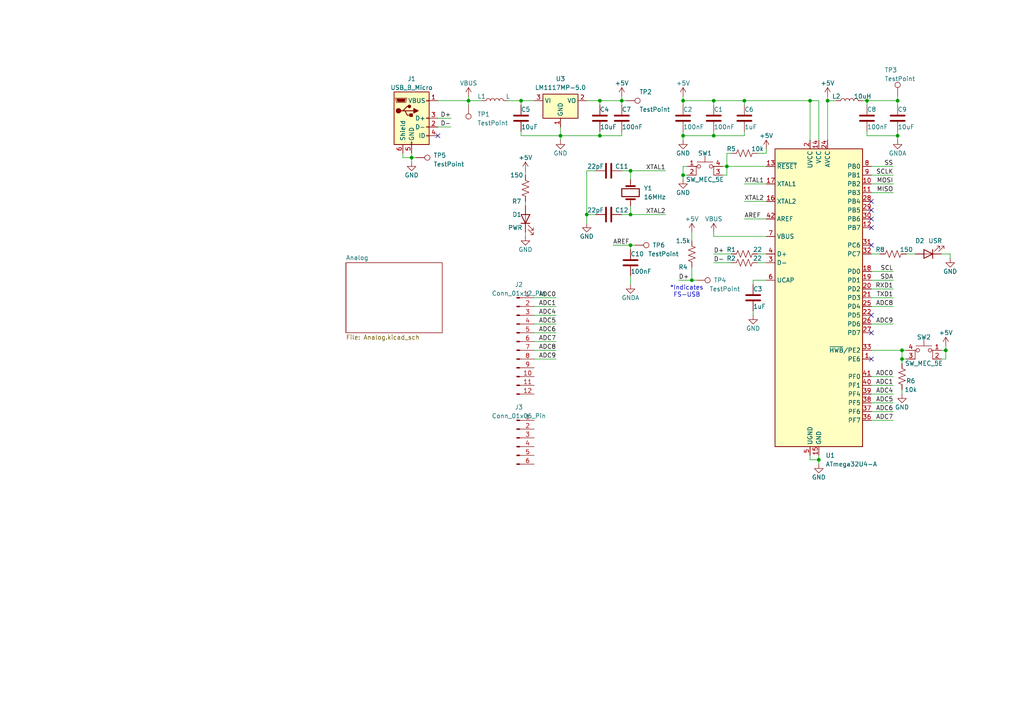
<source format=kicad_sch>
(kicad_sch (version 20230121) (generator eeschema)
  (paper "A4")
  (lib_symbols
    (symbol "Connector:Conn_01x06_Pin" (pin_names (offset 1.016) hide)
      (property "Reference" "J" (at 0 7.62 0))
      (property "Value" "Conn_01x06_Pin" (at 0 -10.16 0))
      (symbol "Conn_01x06_Pin_1_1"
        (polyline (pts (xy 1.27 -7.62) (xy 0.8636 -7.62)) (stroke (width 0.1524)))
        (polyline (pts (xy 1.27 -5.08) (xy 0.8636 -5.08)) (stroke (width 0.1524)))
        (polyline (pts (xy 1.27 -2.54) (xy 0.8636 -2.54)) (stroke (width 0.1524)))
        (polyline (pts (xy 1.27 0) (xy 0.8636 0)) (stroke (width 0.1524)))
        (polyline (pts (xy 1.27 2.54) (xy 0.8636 2.54)) (stroke (width 0.1524)))
        (polyline (pts (xy 1.27 5.08) (xy 0.8636 5.08)) (stroke (width 0.1524)))
        (rectangle (start 0.8636 -7.493) (end 0 -7.747) (stroke (width 0.1524)) (fill (type outline)))
        (rectangle (start 0.8636 -4.953) (end 0 -5.207) (stroke (width 0.1524)) (fill (type outline)))
        (rectangle (start 0.8636 -2.413) (end 0 -2.667) (stroke (width 0.1524)) (fill (type outline)))
        (rectangle (start 0.8636 0.127) (end 0 -0.127) (stroke (width 0.1524)) (fill (type outline)))
        (rectangle (start 0.8636 2.667) (end 0 2.413) (stroke (width 0.1524)) (fill (type outline)))
        (rectangle (start 0.8636 5.207) (end 0 4.953) (stroke (width 0.1524)) (fill (type outline)))
        (pin passive line (at 5.08 5.08 180) (length 3.81) (name "Pin_1") (number "1"))
        (pin passive line (at 5.08 2.54 180) (length 3.81) (name "Pin_2") (number "2"))
        (pin passive line (at 5.08 0 180) (length 3.81) (name "Pin_3") (number "3"))
        (pin passive line (at 5.08 -2.54 180) (length 3.81) (name "Pin_4") (number "4"))
        (pin passive line (at 5.08 -5.08 180) (length 3.81) (name "Pin_5") (number "5"))
        (pin passive line (at 5.08 -7.62 180) (length 3.81) (name "Pin_6") (number "6"))
      )
    )
    (symbol "Connector:Conn_01x12_Pin" (pin_names (offset 1.016) hide)
      (property "Reference" "J" (at 0 15.24 0))
      (property "Value" "Conn_01x12_Pin" (at 0 -17.78 0))
      (symbol "Conn_01x12_Pin_1_1"
        (polyline (pts (xy 1.27 -15.24) (xy 0.8636 -15.24)) (stroke (width 0.1524)))
        (polyline (pts (xy 1.27 -12.7) (xy 0.8636 -12.7)) (stroke (width 0.1524)))
        (polyline (pts (xy 1.27 -10.16) (xy 0.8636 -10.16)) (stroke (width 0.1524)))
        (polyline (pts (xy 1.27 -7.62) (xy 0.8636 -7.62)) (stroke (width 0.1524)))
        (polyline (pts (xy 1.27 -5.08) (xy 0.8636 -5.08)) (stroke (width 0.1524)))
        (polyline (pts (xy 1.27 -2.54) (xy 0.8636 -2.54)) (stroke (width 0.1524)))
        (polyline (pts (xy 1.27 0) (xy 0.8636 0)) (stroke (width 0.1524)))
        (polyline (pts (xy 1.27 2.54) (xy 0.8636 2.54)) (stroke (width 0.1524)))
        (polyline (pts (xy 1.27 5.08) (xy 0.8636 5.08)) (stroke (width 0.1524)))
        (polyline (pts (xy 1.27 7.62) (xy 0.8636 7.62)) (stroke (width 0.1524)))
        (polyline (pts (xy 1.27 10.16) (xy 0.8636 10.16)) (stroke (width 0.1524)))
        (polyline (pts (xy 1.27 12.7) (xy 0.8636 12.7)) (stroke (width 0.1524)))
        (rectangle (start 0.8636 -15.113) (end 0 -15.367) (stroke (width 0.1524)) (fill (type outline)))
        (rectangle (start 0.8636 -12.573) (end 0 -12.827) (stroke (width 0.1524)) (fill (type outline)))
        (rectangle (start 0.8636 -10.033) (end 0 -10.287) (stroke (width 0.1524)) (fill (type outline)))
        (rectangle (start 0.8636 -7.493) (end 0 -7.747) (stroke (width 0.1524)) (fill (type outline)))
        (rectangle (start 0.8636 -4.953) (end 0 -5.207) (stroke (width 0.1524)) (fill (type outline)))
        (rectangle (start 0.8636 -2.413) (end 0 -2.667) (stroke (width 0.1524)) (fill (type outline)))
        (rectangle (start 0.8636 0.127) (end 0 -0.127) (stroke (width 0.1524)) (fill (type outline)))
        (rectangle (start 0.8636 2.667) (end 0 2.413) (stroke (width 0.1524)) (fill (type outline)))
        (rectangle (start 0.8636 5.207) (end 0 4.953) (stroke (width 0.1524)) (fill (type outline)))
        (rectangle (start 0.8636 7.747) (end 0 7.493) (stroke (width 0.1524)) (fill (type outline)))
        (rectangle (start 0.8636 10.287) (end 0 10.033) (stroke (width 0.1524)) (fill (type outline)))
        (rectangle (start 0.8636 12.827) (end 0 12.573) (stroke (width 0.1524)) (fill (type outline)))
        (pin passive line (at 5.08 12.7 180) (length 3.81) (name "Pin_1") (number "1"))
        (pin passive line (at 5.08 -10.16 180) (length 3.81) (name "Pin_10") (number "10"))
        (pin passive line (at 5.08 -12.7 180) (length 3.81) (name "Pin_11") (number "11"))
        (pin passive line (at 5.08 -15.24 180) (length 3.81) (name "Pin_12") (number "12"))
        (pin passive line (at 5.08 10.16 180) (length 3.81) (name "Pin_2") (number "2"))
        (pin passive line (at 5.08 7.62 180) (length 3.81) (name "Pin_3") (number "3"))
        (pin passive line (at 5.08 5.08 180) (length 3.81) (name "Pin_4") (number "4"))
        (pin passive line (at 5.08 2.54 180) (length 3.81) (name "Pin_5") (number "5"))
        (pin passive line (at 5.08 0 180) (length 3.81) (name "Pin_6") (number "6"))
        (pin passive line (at 5.08 -2.54 180) (length 3.81) (name "Pin_7") (number "7"))
        (pin passive line (at 5.08 -5.08 180) (length 3.81) (name "Pin_8") (number "8"))
        (pin passive line (at 5.08 -7.62 180) (length 3.81) (name "Pin_9") (number "9"))
      )
    )
    (symbol "Connector:TestPoint" (pin_numbers hide) (pin_names (offset 0.762) hide)
      (property "Reference" "TP" (at 0 6.858 0))
      (property "Value" "TestPoint" (at 0 5.08 0))
      (symbol "TestPoint_0_1"
        (circle (center 0 3.302) (radius 0.762))
      )
      (symbol "TestPoint_1_1"
        (pin passive line (at 0 0 90) (length 2.54) (name "1") (number "1"))
      )
    )
    (symbol "Connector:USB_B_Micro" (pin_names (offset 1.016))
      (property "Reference" "J" (at -5.08 11.43 0))
      (property "Value" "USB_B_Micro" (at -5.08 8.89 0))
      (symbol "USB_B_Micro_0_1"
        (rectangle (start -5.08 -7.62) (end 5.08 7.62) (stroke (width 0.254)) (fill (type background)))
        (circle (center -3.81 2.159) (radius 0.635) (stroke (width 0.254)) (fill (type outline)))
        (circle (center -0.635 3.429) (radius 0.381) (stroke (width 0.254)) (fill (type outline)))
        (rectangle (start -0.127 -7.62) (end 0.127 -6.858))
        (polyline (pts (xy -1.905 2.159) (xy 0.635 2.159)) (stroke (width 0.254)))
        (polyline (pts (xy -3.175 2.159) (xy -2.54 2.159) (xy -1.27 3.429) (xy -0.635 3.429)) (stroke (width 0.254)))
        (polyline (pts (xy -2.54 2.159) (xy -1.905 2.159) (xy -1.27 0.889) (xy 0 0.889)) (stroke (width 0.254)))
        (polyline (pts (xy 0.635 2.794) (xy 0.635 1.524) (xy 1.905 2.159) (xy 0.635 2.794)) (stroke (width 0.254)) (fill (type outline)))
        (polyline (pts (xy -4.318 5.588) (xy -1.778 5.588) (xy -2.032 4.826) (xy -4.064 4.826) (xy -4.318 5.588)) (fill (type outline)))
        (polyline (pts (xy -4.699 5.842) (xy -4.699 5.588) (xy -4.445 4.826) (xy -4.445 4.572) (xy -1.651 4.572) (xy -1.651 4.826) (xy -1.397 5.588) (xy -1.397 5.842) (xy -4.699 5.842)))
        (rectangle (start 0.254 1.27) (end -0.508 0.508) (stroke (width 0.254)) (fill (type outline)))
        (rectangle (start 5.08 -5.207) (end 4.318 -4.953))
        (rectangle (start 5.08 -2.667) (end 4.318 -2.413))
        (rectangle (start 5.08 -0.127) (end 4.318 0.127))
        (rectangle (start 5.08 4.953) (end 4.318 5.207))
      )
      (symbol "USB_B_Micro_1_1"
        (pin power_out line (at 7.62 5.08 180) (length 2.54) (name "VBUS") (number "1"))
        (pin bidirectional line (at 7.62 -2.54 180) (length 2.54) (name "D-") (number "2"))
        (pin bidirectional line (at 7.62 0 180) (length 2.54) (name "D+") (number "3"))
        (pin passive line (at 7.62 -5.08 180) (length 2.54) (name "ID") (number "4"))
        (pin power_out line (at 0 -10.16 90) (length 2.54) (name "GND") (number "5"))
        (pin passive line (at -2.54 -10.16 90) (length 2.54) (name "Shield") (number "6"))
      )
    )
    (symbol "Device:C" (pin_numbers hide) (pin_names (offset 0.254))
      (property "Reference" "C" (at 0.635 2.54 0))
      (property "Value" "C" (at 0.635 -2.54 0))
      (symbol "C_0_1"
        (polyline (pts (xy -2.032 -0.762) (xy 2.032 -0.762)) (stroke (width 0.508)))
        (polyline (pts (xy -2.032 0.762) (xy 2.032 0.762)) (stroke (width 0.508)))
      )
      (symbol "C_1_1"
        (pin passive line (at 0 3.81 270) (length 2.794) (name "~") (number "1"))
        (pin passive line (at 0 -3.81 90) (length 2.794) (name "~") (number "2"))
      )
    )
    (symbol "Device:Crystal" (pin_numbers hide) (pin_names (offset 1.016) hide)
      (property "Reference" "Y" (at 0 3.81 0))
      (property "Value" "Crystal" (at 0 -3.81 0))
      (symbol "Crystal_0_1"
        (rectangle (start -1.143 2.54) (end 1.143 -2.54) (stroke (width 0.3048)))
        (polyline (pts (xy -2.54 0) (xy -1.905 0)))
        (polyline (pts (xy -1.905 -1.27) (xy -1.905 1.27)) (stroke (width 0.508)))
        (polyline (pts (xy 1.905 -1.27) (xy 1.905 1.27)) (stroke (width 0.508)))
        (polyline (pts (xy 2.54 0) (xy 1.905 0)))
      )
      (symbol "Crystal_1_1"
        (pin passive line (at -3.81 0 0) (length 1.27) (name "1") (number "1"))
        (pin passive line (at 3.81 0 180) (length 1.27) (name "2") (number "2"))
      )
    )
    (symbol "Device:L" (pin_numbers hide) (pin_names (offset 1.016) hide)
      (property "Reference" "L" (at -1.27 0 90))
      (property "Value" "L" (at 1.905 0 90))
      (symbol "L_0_1"
        (arc (start 0 -2.54) (mid 0.6323 -1.905) (end 0 -1.27))
        (arc (start 0 -1.27) (mid 0.6323 -0.635) (end 0 0))
        (arc (start 0 0) (mid 0.6323 0.635) (end 0 1.27))
        (arc (start 0 1.27) (mid 0.6323 1.905) (end 0 2.54))
      )
      (symbol "L_1_1"
        (pin passive line (at 0 3.81 270) (length 1.27) (name "1") (number "1"))
        (pin passive line (at 0 -3.81 90) (length 1.27) (name "2") (number "2"))
      )
    )
    (symbol "Device:LED" (pin_numbers hide) (pin_names (offset 1.016) hide)
      (property "Reference" "D" (at 0 2.54 0))
      (property "Value" "LED" (at 0 -2.54 0))
      (symbol "LED_0_1"
        (polyline (pts (xy -1.27 -1.27) (xy -1.27 1.27)) (stroke (width 0.254)))
        (polyline (pts (xy -1.27 0) (xy 1.27 0)))
        (polyline (pts (xy 1.27 -1.27) (xy 1.27 1.27) (xy -1.27 0) (xy 1.27 -1.27)) (stroke (width 0.254)))
        (polyline (pts (xy -3.048 -0.762) (xy -4.572 -2.286) (xy -3.81 -2.286) (xy -4.572 -2.286) (xy -4.572 -1.524)))
        (polyline (pts (xy -1.778 -0.762) (xy -3.302 -2.286) (xy -2.54 -2.286) (xy -3.302 -2.286) (xy -3.302 -1.524)))
      )
      (symbol "LED_1_1"
        (pin passive line (at -3.81 0 0) (length 2.54) (name "K") (number "1"))
        (pin passive line (at 3.81 0 180) (length 2.54) (name "A") (number "2"))
      )
    )
    (symbol "Device:R_US" (pin_numbers hide) (pin_names (offset 0))
      (property "Reference" "R" (at 2.54 0 90))
      (property "Value" "R_US" (at -2.54 0 90))
      (symbol "R_US_0_1"
        (polyline (pts (xy 0 -2.286) (xy 0 -2.54)))
        (polyline (pts (xy 0 2.286) (xy 0 2.54)))
        (polyline (pts (xy 0 -0.762) (xy 1.016 -1.143) (xy 0 -1.524) (xy -1.016 -1.905) (xy 0 -2.286)))
        (polyline (pts (xy 0 0.762) (xy 1.016 0.381) (xy 0 0) (xy -1.016 -0.381) (xy 0 -0.762)))
        (polyline (pts (xy 0 2.286) (xy 1.016 1.905) (xy 0 1.524) (xy -1.016 1.143) (xy 0 0.762)))
      )
      (symbol "R_US_1_1"
        (pin passive line (at 0 3.81 270) (length 1.27) (name "~") (number "1"))
        (pin passive line (at 0 -3.81 90) (length 1.27) (name "~") (number "2"))
      )
    )
    (symbol "MCU_Microchip_ATmega:ATmega32U4-A"
      (property "Reference" "U" (at -12.7 44.45 0))
      (property "Value" "ATmega32U4-A" (at 2.54 -44.45 0))
      (symbol "ATmega32U4-A_0_1"
        (rectangle (start -12.7 -43.18) (end 12.7 43.18) (stroke (width 0.254)) (fill (type background)))
      )
      (symbol "ATmega32U4-A_1_1"
        (pin bidirectional line (at 15.24 -17.78 180) (length 2.54) (name "PE6") (number "1"))
        (pin bidirectional line (at 15.24 33.02 180) (length 2.54) (name "PB2") (number "10"))
        (pin bidirectional line (at 15.24 30.48 180) (length 2.54) (name "PB3") (number "11"))
        (pin bidirectional line (at 15.24 20.32 180) (length 2.54) (name "PB7") (number "12"))
        (pin input line (at -15.24 38.1 0) (length 2.54) (name "~{RESET}") (number "13"))
        (pin power_in line (at 0 45.72 270) (length 2.54) (name "VCC") (number "14"))
        (pin power_in line (at 0 -45.72 90) (length 2.54) (name "GND") (number "15"))
        (pin output line (at -15.24 27.94 0) (length 2.54) (name "XTAL2") (number "16"))
        (pin input line (at -15.24 33.02 0) (length 2.54) (name "XTAL1") (number "17"))
        (pin bidirectional line (at 15.24 7.62 180) (length 2.54) (name "PD0") (number "18"))
        (pin bidirectional line (at 15.24 5.08 180) (length 2.54) (name "PD1") (number "19"))
        (pin power_in line (at -2.54 45.72 270) (length 2.54) (name "UVCC") (number "2"))
        (pin bidirectional line (at 15.24 2.54 180) (length 2.54) (name "PD2") (number "20"))
        (pin bidirectional line (at 15.24 0 180) (length 2.54) (name "PD3") (number "21"))
        (pin bidirectional line (at 15.24 -5.08 180) (length 2.54) (name "PD5") (number "22"))
        (pin passive line (at 0 -45.72 90) (length 2.54) hide (name "GND") (number "23"))
        (pin power_in line (at 2.54 45.72 270) (length 2.54) (name "AVCC") (number "24"))
        (pin bidirectional line (at 15.24 -2.54 180) (length 2.54) (name "PD4") (number "25"))
        (pin bidirectional line (at 15.24 -7.62 180) (length 2.54) (name "PD6") (number "26"))
        (pin bidirectional line (at 15.24 -10.16 180) (length 2.54) (name "PD7") (number "27"))
        (pin bidirectional line (at 15.24 27.94 180) (length 2.54) (name "PB4") (number "28"))
        (pin bidirectional line (at 15.24 25.4 180) (length 2.54) (name "PB5") (number "29"))
        (pin bidirectional line (at -15.24 10.16 0) (length 2.54) (name "D-") (number "3"))
        (pin bidirectional line (at 15.24 22.86 180) (length 2.54) (name "PB6") (number "30"))
        (pin bidirectional line (at 15.24 15.24 180) (length 2.54) (name "PC6") (number "31"))
        (pin bidirectional line (at 15.24 12.7 180) (length 2.54) (name "PC7") (number "32"))
        (pin bidirectional line (at 15.24 -15.24 180) (length 2.54) (name "~{HWB}/PE2") (number "33"))
        (pin passive line (at 0 45.72 270) (length 2.54) hide (name "VCC") (number "34"))
        (pin passive line (at 0 -45.72 90) (length 2.54) hide (name "GND") (number "35"))
        (pin bidirectional line (at 15.24 -35.56 180) (length 2.54) (name "PF7") (number "36"))
        (pin bidirectional line (at 15.24 -33.02 180) (length 2.54) (name "PF6") (number "37"))
        (pin bidirectional line (at 15.24 -30.48 180) (length 2.54) (name "PF5") (number "38"))
        (pin bidirectional line (at 15.24 -27.94 180) (length 2.54) (name "PF4") (number "39"))
        (pin bidirectional line (at -15.24 12.7 0) (length 2.54) (name "D+") (number "4"))
        (pin bidirectional line (at 15.24 -25.4 180) (length 2.54) (name "PF1") (number "40"))
        (pin bidirectional line (at 15.24 -22.86 180) (length 2.54) (name "PF0") (number "41"))
        (pin passive line (at -15.24 22.86 0) (length 2.54) (name "AREF") (number "42"))
        (pin passive line (at 0 -45.72 90) (length 2.54) hide (name "GND") (number "43"))
        (pin passive line (at 2.54 45.72 270) (length 2.54) hide (name "AVCC") (number "44"))
        (pin passive line (at -2.54 -45.72 90) (length 2.54) (name "UGND") (number "5"))
        (pin passive line (at -15.24 5.08 0) (length 2.54) (name "UCAP") (number "6"))
        (pin input line (at -15.24 17.78 0) (length 2.54) (name "VBUS") (number "7"))
        (pin bidirectional line (at 15.24 38.1 180) (length 2.54) (name "PB0") (number "8"))
        (pin bidirectional line (at 15.24 35.56 180) (length 2.54) (name "PB1") (number "9"))
      )
    )
    (symbol "Regulator_Linear:LM1117MP-5.0"
      (property "Reference" "U" (at -3.81 3.175 0))
      (property "Value" "LM1117MP-5.0" (at 0 3.175 0))
      (symbol "LM1117MP-5.0_0_1"
        (rectangle (start -5.08 -5.08) (end 5.08 1.905) (stroke (width 0.254)) (fill (type background)))
      )
      (symbol "LM1117MP-5.0_1_1"
        (pin power_in line (at 0 -7.62 90) (length 2.54) (name "GND") (number "1"))
        (pin power_out line (at 7.62 0 180) (length 2.54) (name "VO") (number "2"))
        (pin power_in line (at -7.62 0 0) (length 2.54) (name "VI") (number "3"))
      )
    )
    (symbol "Switch:SW_MEC_5E" (pin_names (offset 1.016) hide)
      (property "Reference" "SW" (at 0.635 5.715 0))
      (property "Value" "SW_MEC_5E" (at 0 -3.175 0))
      (symbol "SW_MEC_5E_0_1"
        (circle (center -1.778 2.54) (radius 0.508))
        (polyline (pts (xy -2.286 3.81) (xy 2.286 3.81)))
        (polyline (pts (xy 0 3.81) (xy 0 5.588)))
        (polyline (pts (xy -2.54 0) (xy -2.54 2.54) (xy -2.286 2.54)))
        (polyline (pts (xy 2.54 0) (xy 2.54 2.54) (xy 2.286 2.54)))
        (circle (center 1.778 2.54) (radius 0.508))
        (pin passive line (at -5.08 2.54 0) (length 2.54) (name "1") (number "1"))
        (pin passive line (at -5.08 0 0) (length 2.54) (name "2") (number "2"))
        (pin passive line (at 5.08 0 180) (length 2.54) (name "K") (number "3"))
        (pin passive line (at 5.08 2.54 180) (length 2.54) (name "A") (number "4"))
      )
    )
    (symbol "power:+5V" (power) (pin_names (offset 0))
      (property "Value" "+5V" (at 0 3.556 0))
      (symbol "+5V_0_1"
        (polyline (pts (xy -0.762 1.27) (xy 0 2.54)))
        (polyline (pts (xy 0 0) (xy 0 2.54)))
        (polyline (pts (xy 0 2.54) (xy 0.762 1.27)))
      )
      (symbol "+5V_1_1"
        (pin power_in line (at 0 0 90) (length 0) hide (name "+5V") (number "1"))
      )
    )
    (symbol "power:GND" (power) (pin_names (offset 0))
      (property "Value" "GND" (at 0 -3.81 0))
      (symbol "GND_0_1"
        (polyline (pts (xy 0 0) (xy 0 -1.27) (xy 1.27 -1.27) (xy 0 -2.54) (xy -1.27 -1.27) (xy 0 -1.27)))
      )
      (symbol "GND_1_1"
        (pin power_in line (at 0 0 270) (length 0) hide (name "GND") (number "1"))
      )
    )
    (symbol "power:GNDA" (power) (pin_names (offset 0))
      (property "Value" "GNDA" (at 0 -3.81 0))
      (symbol "GNDA_0_1"
        (polyline (pts (xy 0 0) (xy 0 -1.27) (xy 1.27 -1.27) (xy 0 -2.54) (xy -1.27 -1.27) (xy 0 -1.27)))
      )
      (symbol "GNDA_1_1"
        (pin power_in line (at 0 0 270) (length 0) hide (name "GNDA") (number "1"))
      )
    )
    (symbol "power:VBUS" (power) (pin_names (offset 0))
      (property "Value" "VBUS" (at 0 3.81 0))
      (symbol "VBUS_0_1"
        (polyline (pts (xy -0.762 1.27) (xy 0 2.54)))
        (polyline (pts (xy 0 0) (xy 0 2.54)))
        (polyline (pts (xy 0 2.54) (xy 0.762 1.27)))
      )
      (symbol "VBUS_1_1"
        (pin power_in line (at 0 0 90) (length 0) hide (name "VBUS") (number "1"))
      )
    )
  )
  (junction (at 210.82 48.26))
  (junction (at 200.66 81.28))
  (junction (at 207.01 39.37))
  (junction (at 274.32 101.6))
  (junction (at 198.12 29.21))
  (junction (at 180.34 29.21))
  (junction (at 173.99 29.21))
  (junction (at 251.46 29.21))
  (junction (at 182.88 71.12))
  (junction (at 261.62 104.14))
  (junction (at 261.62 101.6))
  (junction (at 135.89 29.21))
  (junction (at 240.03 29.21))
  (junction (at 215.9 29.21))
  (junction (at 260.35 29.21))
  (junction (at 234.95 29.21))
  (junction (at 198.12 39.37))
  (junction (at 198.12 50.8))
  (junction (at 170.18 62.23))
  (junction (at 182.88 49.53))
  (junction (at 182.88 62.23))
  (junction (at 260.35 39.37))
  (junction (at 207.01 29.21))
  (junction (at 173.99 39.37))
  (junction (at 237.49 133.35))
  (junction (at 151.13 29.21))
  (junction (at 119.38 45.72))
  (junction (at 162.56 39.37))
  (no_connect (at 252.73 96.52))
  (no_connect (at 127 39.37))
  (no_connect (at 252.73 71.12))
  (no_connect (at 252.73 66.04))
  (no_connect (at 252.73 104.14))
  (no_connect (at 252.73 91.44))
  (no_connect (at 252.73 58.42))
  (no_connect (at 252.73 60.96))
  (no_connect (at 252.73 63.5))
  (wire (pts (xy 222.25 44.45) (xy 222.25 43.18)))
  (wire (pts (xy 198.12 27.94) (xy 198.12 29.21)))
  (wire (pts (xy 237.49 40.64) (xy 237.49 29.21)))
  (wire (pts (xy 182.88 62.23) (xy 193.04 62.23)))
  (wire (pts (xy 198.12 29.21) (xy 207.01 29.21)))
  (wire (pts (xy 207.01 38.1) (xy 207.01 39.37)))
  (wire (pts (xy 252.73 55.88) (xy 259.08 55.88)))
  (wire (pts (xy 180.34 30.48) (xy 180.34 29.21)))
  (wire (pts (xy 210.82 50.8) (xy 210.82 48.26)))
  (wire (pts (xy 234.95 133.35) (xy 237.49 133.35)))
  (wire (pts (xy 262.89 101.6) (xy 261.62 101.6)))
  (wire (pts (xy 252.73 114.3) (xy 259.08 114.3)))
  (wire (pts (xy 152.4 49.53) (xy 152.4 50.8)))
  (wire (pts (xy 127 29.21) (xy 135.89 29.21)))
  (wire (pts (xy 218.44 81.28) (xy 222.25 81.28)))
  (wire (pts (xy 240.03 29.21) (xy 242.57 29.21)))
  (wire (pts (xy 207.01 39.37) (xy 198.12 39.37)))
  (wire (pts (xy 198.12 30.48) (xy 198.12 29.21)))
  (wire (pts (xy 200.66 77.47) (xy 200.66 81.28)))
  (wire (pts (xy 180.34 27.94) (xy 180.34 29.21)))
  (wire (pts (xy 151.13 29.21) (xy 151.13 30.48)))
  (wire (pts (xy 198.12 48.26) (xy 198.12 50.8)))
  (wire (pts (xy 215.9 63.5) (xy 222.25 63.5)))
  (wire (pts (xy 252.73 93.98) (xy 259.08 93.98)))
  (wire (pts (xy 252.73 116.84) (xy 259.08 116.84)))
  (wire (pts (xy 252.73 81.28) (xy 259.08 81.28)))
  (wire (pts (xy 198.12 39.37) (xy 198.12 38.1)))
  (wire (pts (xy 252.73 53.34) (xy 259.08 53.34)))
  (wire (pts (xy 274.32 104.14) (xy 273.05 104.14)))
  (wire (pts (xy 261.62 101.6) (xy 261.62 104.14)))
  (wire (pts (xy 154.94 29.21) (xy 151.13 29.21)))
  (wire (pts (xy 180.34 62.23) (xy 182.88 62.23)))
  (wire (pts (xy 209.55 48.26) (xy 210.82 48.26)))
  (wire (pts (xy 154.94 93.98) (xy 161.29 93.98)))
  (wire (pts (xy 215.9 58.42) (xy 222.25 58.42)))
  (wire (pts (xy 260.35 29.21) (xy 260.35 30.48)))
  (wire (pts (xy 215.9 29.21) (xy 234.95 29.21)))
  (wire (pts (xy 252.73 48.26) (xy 259.08 48.26)))
  (wire (pts (xy 173.99 29.21) (xy 173.99 30.48)))
  (wire (pts (xy 207.01 30.48) (xy 207.01 29.21)))
  (wire (pts (xy 218.44 90.17) (xy 218.44 91.44)))
  (wire (pts (xy 275.59 74.93) (xy 275.59 73.66)))
  (wire (pts (xy 215.9 29.21) (xy 215.9 30.48)))
  (wire (pts (xy 222.25 76.2) (xy 219.71 76.2)))
  (wire (pts (xy 261.62 104.14) (xy 261.62 105.41)))
  (wire (pts (xy 170.18 62.23) (xy 170.18 64.77)))
  (wire (pts (xy 252.73 101.6) (xy 261.62 101.6)))
  (wire (pts (xy 261.62 114.3) (xy 261.62 113.03)))
  (wire (pts (xy 222.25 73.66) (xy 219.71 73.66)))
  (wire (pts (xy 252.73 73.66) (xy 255.27 73.66)))
  (wire (pts (xy 182.88 80.01) (xy 182.88 82.55)))
  (wire (pts (xy 260.35 27.94) (xy 260.35 29.21)))
  (wire (pts (xy 180.34 38.1) (xy 180.34 39.37)))
  (wire (pts (xy 198.12 39.37) (xy 198.12 40.64)))
  (wire (pts (xy 151.13 38.1) (xy 151.13 39.37)))
  (wire (pts (xy 152.4 58.42) (xy 152.4 59.69)))
  (wire (pts (xy 116.84 45.72) (xy 119.38 45.72)))
  (wire (pts (xy 260.35 39.37) (xy 260.35 40.64)))
  (wire (pts (xy 180.34 49.53) (xy 182.88 49.53)))
  (wire (pts (xy 119.38 45.72) (xy 119.38 46.99)))
  (wire (pts (xy 237.49 133.35) (xy 237.49 134.62)))
  (wire (pts (xy 251.46 30.48) (xy 251.46 29.21)))
  (wire (pts (xy 200.66 81.28) (xy 201.93 81.28)))
  (wire (pts (xy 151.13 39.37) (xy 162.56 39.37)))
  (wire (pts (xy 172.72 49.53) (xy 170.18 49.53)))
  (wire (pts (xy 212.09 44.45) (xy 210.82 44.45)))
  (wire (pts (xy 135.89 27.94) (xy 135.89 29.21)))
  (wire (pts (xy 212.09 73.66) (xy 207.01 73.66)))
  (wire (pts (xy 198.12 50.8) (xy 199.39 50.8)))
  (wire (pts (xy 182.88 49.53) (xy 193.04 49.53)))
  (wire (pts (xy 162.56 39.37) (xy 162.56 40.64)))
  (wire (pts (xy 152.4 67.31) (xy 152.4 68.58)))
  (wire (pts (xy 182.88 62.23) (xy 182.88 59.69)))
  (wire (pts (xy 154.94 96.52) (xy 161.29 96.52)))
  (wire (pts (xy 260.35 38.1) (xy 260.35 39.37)))
  (wire (pts (xy 154.94 104.14) (xy 161.29 104.14)))
  (wire (pts (xy 154.94 99.06) (xy 161.29 99.06)))
  (wire (pts (xy 173.99 29.21) (xy 170.18 29.21)))
  (wire (pts (xy 209.55 50.8) (xy 210.82 50.8)))
  (wire (pts (xy 119.38 45.72) (xy 120.65 45.72)))
  (wire (pts (xy 182.88 49.53) (xy 182.88 52.07)))
  (wire (pts (xy 234.95 29.21) (xy 234.95 40.64)))
  (wire (pts (xy 154.94 101.6) (xy 161.29 101.6)))
  (wire (pts (xy 252.73 88.9) (xy 259.08 88.9)))
  (wire (pts (xy 251.46 29.21) (xy 260.35 29.21)))
  (wire (pts (xy 196.85 81.28) (xy 200.66 81.28)))
  (wire (pts (xy 200.66 67.31) (xy 200.66 69.85)))
  (wire (pts (xy 273.05 101.6) (xy 274.32 101.6)))
  (wire (pts (xy 274.32 101.6) (xy 274.32 104.14)))
  (wire (pts (xy 215.9 38.1) (xy 215.9 39.37)))
  (wire (pts (xy 127 34.29) (xy 130.81 34.29)))
  (wire (pts (xy 154.94 86.36) (xy 161.29 86.36)))
  (wire (pts (xy 218.44 82.55) (xy 218.44 81.28)))
  (wire (pts (xy 170.18 49.53) (xy 170.18 62.23)))
  (wire (pts (xy 173.99 39.37) (xy 162.56 39.37)))
  (wire (pts (xy 177.8 71.12) (xy 182.88 71.12)))
  (wire (pts (xy 207.01 68.58) (xy 222.25 68.58)))
  (wire (pts (xy 210.82 44.45) (xy 210.82 48.26)))
  (wire (pts (xy 154.94 91.44) (xy 161.29 91.44)))
  (wire (pts (xy 262.89 104.14) (xy 261.62 104.14)))
  (wire (pts (xy 252.73 86.36) (xy 259.08 86.36)))
  (wire (pts (xy 119.38 45.72) (xy 119.38 44.45)))
  (wire (pts (xy 212.09 76.2) (xy 207.01 76.2)))
  (wire (pts (xy 219.71 44.45) (xy 222.25 44.45)))
  (wire (pts (xy 198.12 50.8) (xy 198.12 52.07)))
  (wire (pts (xy 251.46 38.1) (xy 251.46 39.37)))
  (wire (pts (xy 274.32 100.33) (xy 274.32 101.6)))
  (wire (pts (xy 154.94 88.9) (xy 161.29 88.9)))
  (wire (pts (xy 252.73 83.82) (xy 259.08 83.82)))
  (wire (pts (xy 251.46 39.37) (xy 260.35 39.37)))
  (wire (pts (xy 135.89 29.21) (xy 139.7 29.21)))
  (wire (pts (xy 215.9 53.34) (xy 222.25 53.34)))
  (wire (pts (xy 199.39 48.26) (xy 198.12 48.26)))
  (wire (pts (xy 210.82 48.26) (xy 222.25 48.26)))
  (wire (pts (xy 240.03 27.94) (xy 240.03 29.21)))
  (wire (pts (xy 182.88 71.12) (xy 184.15 71.12)))
  (wire (pts (xy 180.34 29.21) (xy 181.61 29.21)))
  (wire (pts (xy 207.01 67.31) (xy 207.01 68.58)))
  (wire (pts (xy 252.73 78.74) (xy 259.08 78.74)))
  (wire (pts (xy 162.56 36.83) (xy 162.56 39.37)))
  (wire (pts (xy 240.03 40.64) (xy 240.03 29.21)))
  (wire (pts (xy 237.49 133.35) (xy 237.49 132.08)))
  (wire (pts (xy 252.73 109.22) (xy 259.08 109.22)))
  (wire (pts (xy 275.59 73.66) (xy 273.05 73.66)))
  (wire (pts (xy 252.73 111.76) (xy 259.08 111.76)))
  (wire (pts (xy 234.95 132.08) (xy 234.95 133.35)))
  (wire (pts (xy 180.34 29.21) (xy 173.99 29.21)))
  (wire (pts (xy 207.01 29.21) (xy 215.9 29.21)))
  (wire (pts (xy 252.73 121.92) (xy 259.08 121.92)))
  (wire (pts (xy 173.99 38.1) (xy 173.99 39.37)))
  (wire (pts (xy 127 36.83) (xy 130.81 36.83)))
  (wire (pts (xy 116.84 44.45) (xy 116.84 45.72)))
  (wire (pts (xy 182.88 71.12) (xy 182.88 72.39)))
  (wire (pts (xy 262.89 73.66) (xy 265.43 73.66)))
  (wire (pts (xy 237.49 29.21) (xy 234.95 29.21)))
  (wire (pts (xy 207.01 39.37) (xy 215.9 39.37)))
  (wire (pts (xy 252.73 119.38) (xy 259.08 119.38)))
  (wire (pts (xy 135.89 29.21) (xy 135.89 30.48)))
  (wire (pts (xy 252.73 50.8) (xy 259.08 50.8)))
  (wire (pts (xy 250.19 29.21) (xy 251.46 29.21)))
  (wire (pts (xy 170.18 62.23) (xy 172.72 62.23)))
  (wire (pts (xy 180.34 39.37) (xy 173.99 39.37)))
  (wire (pts (xy 147.32 29.21) (xy 151.13 29.21)))
  (text "*Indicates \n FS-USB" (at 194.31 86.36 0) (effects (font (size 1.27 1.27)) (justify left bottom)))
  (label "ADC9" (at 259.08 93.98 180))
  (label "SCLK" (at 259.08 50.8 180))
  (label "TXD1" (at 259.08 86.36 180))
  (label "D+" (at 207.01 73.66 0))
  (label "XTAL2" (at 215.9 58.42 0))
  (label "MISO" (at 259.08 55.88 180))
  (label "ADC6" (at 161.29 96.52 180))
  (label "ADC1" (at 259.08 111.76 180))
  (label "D-" (at 207.01 76.2 0))
  (label "ADC8" (at 259.08 88.9 180))
  (label "ADC0" (at 259.08 109.22 180))
  (label "ADC9" (at 161.29 104.14 180))
  (label "AREF" (at 177.8 71.12 0))
  (label "D+" (at 130.81 34.29 180))
  (label "AREF" (at 215.9 63.5 0))
  (label "D-" (at 130.81 36.83 180))
  (label "XTAL1" (at 215.9 53.34 0))
  (label "D+" (at 196.85 81.28 0))
  (label "MOSI" (at 259.08 53.34 180))
  (label "ADC7" (at 259.08 121.92 180))
  (label "SCL" (at 259.08 78.74 180))
  (label "RXD1" (at 259.08 83.82 180))
  (label "ADC8" (at 161.29 101.6 180))
  (label "ADC4" (at 161.29 91.44 180))
  (label "ADC0" (at 161.29 86.36 180))
  (label "ADC6" (at 259.08 119.38 180))
  (label "ADC5" (at 259.08 116.84 180))
  (label "SS" (at 259.08 48.26 180))
  (label "XTAL1" (at 193.04 49.53 180))
  (label "XTAL2" (at 193.04 62.23 180))
  (label "SDA" (at 259.08 81.28 180))
  (label "ADC4" (at 259.08 114.3 180))
  (label "ADC1" (at 161.29 88.9 180))
  (label "ADC5" (at 161.29 93.98 180))
  (label "ADC7" (at 161.29 99.06 180))
  (symbol (lib_id "Device:C") (at 260.35 34.29 0) (unit 1)
    (property "Reference" "C9" (at 260.35 31.75 0) (effects (justify left)))
    (property "Value" "10uF" (at 260.35 36.83 0) (effects (justify left)))
  )
  (symbol (lib_id "power:GND") (at 198.12 40.64 0) (unit 1)
    (property "Reference" "#PWR06" (effects hide))
    (property "Value" "GND" (at 198.12 44.45 0))
  )
  (symbol (lib_id "Switch:SW_MEC_5E") (at 267.97 104.14 0) (mirror y) (unit 1)
    (property "Reference" "SW2" (at 267.97 97.79 0))
    (property "Value" "SW_MEC_5E" (at 267.97 105.41 0))
    (property "Datasheet" "http://www.apem.com/int/index.php?controller=attachment&id_attachment=1371" (effects hide))
  )
  (symbol (lib_id "power:+5V") (at 200.66 67.31 0) (unit 1)
    (property "Reference" "#PWR018" (effects hide))
    (property "Value" "+5V" (at 200.66 63.5 0))
  )
  (symbol (lib_id "power:+5V") (at 240.03 27.94 0) (unit 1)
    (property "Reference" "#PWR017" (effects hide))
    (property "Value" "+5V" (at 240.03 24.13 0))
  )
  (symbol (lib_id "Device:LED") (at 269.24 73.66 180) (unit 1)
    (property "Reference" "D2" (at 265.43 69.85 0) (effects (justify right)))
    (property "Value" "USR" (at 269.24 69.85 0) (effects (justify right)))
  )
  (symbol (lib_id "Device:C") (at 182.88 76.2 0) (unit 1)
    (property "Reference" "C10" (at 182.88 73.66 0) (effects (justify left)))
    (property "Value" "100nF" (at 182.88 78.74 0) (effects (justify left)))
  )
  (symbol (lib_id "Device:R_US") (at 259.08 73.66 90) (unit 1)
    (property "Reference" "R8" (at 255.27 72.39 90))
    (property "Value" "150" (at 262.89 72.39 90))
    (property "Footprint" "Resistor_THT:R_Axial_DIN0207_L6.3mm_D2.5mm_P10.16mm_Horizontal" (effects hide))
  )
  (symbol (lib_id "Device:C") (at 207.01 34.29 0) (unit 1)
    (property "Reference" "C1" (at 207.01 31.75 0) (effects (justify left)))
    (property "Value" "100nF" (at 207.01 36.83 0) (effects (justify left)))
  )
  (symbol (lib_id "MCU_Microchip_ATmega:ATmega32U4-A") (at 237.49 86.36 0) (unit 1)
    (property "Reference" "U1" (at 239.4459 132.08 0) (effects (justify left)))
    (property "Value" "ATmega32U4-A" (at 239.4459 134.62 0) (effects (justify left)))
    (property "Footprint" "Package_QFP:TQFP-44_10x10mm_P0.8mm" (effects hide))
    (property "Datasheet" "http://ww1.microchip.com/downloads/en/DeviceDoc/Atmel-7766-8-bit-AVR-ATmega16U4-32U4_Datasheet.pdf" (effects hide))
  )
  (symbol (lib_id "Device:R_US") (at 215.9 73.66 90) (unit 1)
    (property "Reference" "R1" (at 212.09 72.39 90))
    (property "Value" "22" (at 219.71 72.39 90))
    (property "Footprint" "Resistor_THT:R_Axial_DIN0207_L6.3mm_D2.5mm_P10.16mm_Horizontal" (effects hide))
  )
  (symbol (lib_id "Device:C") (at 198.12 34.29 0) (unit 1)
    (property "Reference" "C2" (at 198.12 31.75 0) (effects (justify left)))
    (property "Value" "100nF" (at 198.12 36.83 0) (effects (justify left)))
  )
  (symbol (lib_id "power:GND") (at 198.12 52.07 0) (unit 1)
    (property "Reference" "#PWR019" (effects hide))
    (property "Value" "GND" (at 198.12 55.88 0))
  )
  (symbol (lib_id "power:GND") (at 218.44 91.44 0) (unit 1)
    (property "Reference" "#PWR010" (effects hide))
    (property "Value" "GND" (at 218.44 95.25 0))
  )
  (symbol (lib_id "power:GND") (at 152.4 68.58 0) (unit 1)
    (property "Reference" "#PWR016" (effects hide))
    (property "Value" "GND" (at 152.4 72.39 0))
  )
  (symbol (lib_id "power:GND") (at 170.18 64.77 0) (unit 1)
    (property "Reference" "#PWR021" (effects hide))
    (property "Value" "GND" (at 170.18 68.58 0))
  )
  (symbol (lib_id "Device:C") (at 176.53 49.53 90) (unit 1)
    (property "Reference" "C11" (at 180.34 48.26 90))
    (property "Value" "22pF" (at 172.72 48.26 90))
  )
  (symbol (lib_id "Device:R_US") (at 200.66 73.66 180) (unit 1)
    (property "Reference" "R4" (at 198.12 77.47 0))
    (property "Value" "1.5k" (at 198.12 69.85 0))
    (property "Footprint" "Resistor_THT:R_Axial_DIN0207_L6.3mm_D2.5mm_P10.16mm_Horizontal" (effects hide))
  )
  (symbol (lib_id "power:+5V") (at 198.12 27.94 0) (unit 1)
    (property "Reference" "#PWR012" (effects hide))
    (property "Value" "+5V" (at 198.12 24.13 0))
  )
  (symbol (lib_id "power:GNDA") (at 260.35 40.64 0) (unit 1)
    (property "Reference" "#PWR020" (effects hide))
    (property "Value" "GNDA" (at 260.35 44.45 0))
  )
  (symbol (lib_id "Device:Crystal") (at 182.88 55.88 90) (unit 1)
    (property "Reference" "Y1" (at 186.69 54.61 90) (effects (justify right)))
    (property "Value" "16MHz" (at 186.69 57.15 90) (effects (justify right)))
  )
  (symbol (lib_id "Device:L") (at 246.38 29.21 90) (unit 1)
    (property "Reference" "L2" (at 242.57 27.94 90))
    (property "Value" "10uH" (at 250.19 27.94 90))
  )
  (symbol (lib_id "power:+5V") (at 274.32 100.33 0) (unit 1)
    (property "Reference" "#PWR024" (effects hide))
    (property "Value" "+5V" (at 274.32 96.52 0))
  )
  (symbol (lib_id "power:VBUS") (at 135.89 27.94 0) (unit 1)
    (property "Reference" "#PWR015" (effects hide))
    (property "Value" "VBUS" (at 135.89 24.13 0))
  )
  (symbol (lib_id "Device:LED") (at 152.4 63.5 90) (unit 1)
    (property "Reference" "D1" (at 148.59 62.23 90) (effects (justify right)))
    (property "Value" "PWR" (at 147.32 66.04 90) (effects (justify right)))
  )
  (symbol (lib_id "power:+5V") (at 222.25 43.18 0) (unit 1)
    (property "Reference" "#PWR023" (effects hide))
    (property "Value" "+5V" (at 222.25 39.37 0))
  )
  (symbol (lib_id "Device:R_US") (at 261.62 109.22 0) (unit 1)
    (property "Reference" "R6" (at 264.16 110.49 0))
    (property "Value" "10k" (at 264.16 113.03 0))
    (property "Footprint" "Resistor_THT:R_Axial_DIN0207_L6.3mm_D2.5mm_P10.16mm_Horizontal" (effects hide))
  )
  (symbol (lib_id "Device:C") (at 176.53 62.23 90) (unit 1)
    (property "Reference" "C12" (at 180.34 60.96 90))
    (property "Value" "22pF" (at 172.72 60.96 90))
  )
  (symbol (lib_id "power:GND") (at 275.59 74.93 0) (unit 1)
    (property "Reference" "#PWR027" (effects hide))
    (property "Value" "GND" (at 275.59 78.74 0))
  )
  (symbol (lib_id "power:GND") (at 261.62 114.3 0) (mirror y) (unit 1)
    (property "Reference" "#PWR022" (effects hide))
    (property "Value" "GND" (at 261.62 118.11 0))
  )
  (symbol (lib_id "Connector:TestPoint") (at 184.15 71.12 270) (unit 1)
    (property "Reference" "TP6" (at 189.23 71.12 90) (effects (justify left)))
    (property "Value" "TestPoint" (at 187.96 73.66 90) (effects (justify left)))
  )
  (symbol (lib_id "Connector:TestPoint") (at 135.89 30.48 180) (unit 1)
    (property "Reference" "TP1" (at 138.43 33.147 0) (effects (justify right)))
    (property "Value" "TestPoint" (at 138.43 35.687 0) (effects (justify right)))
  )
  (symbol (lib_id "power:GNDA") (at 182.88 82.55 0) (unit 1)
    (property "Reference" "#PWR08" (effects hide))
    (property "Value" "GNDA" (at 182.88 86.36 0))
  )
  (symbol (lib_id "Connector:TestPoint") (at 260.35 27.94 0) (unit 1)
    (property "Reference" "TP3" (at 256.54 20.32 0) (effects (justify left)))
    (property "Value" "TestPoint" (at 256.54 22.86 0) (effects (justify left)))
  )
  (symbol (lib_id "Device:C") (at 151.13 34.29 0) (unit 1)
    (property "Reference" "C5" (at 151.13 31.75 0) (effects (justify left)))
    (property "Value" "10uF" (at 151.13 36.83 0) (effects (justify left)))
  )
  (symbol (lib_id "Device:C") (at 215.9 34.29 0) (unit 1)
    (property "Reference" "C6" (at 215.9 31.75 0) (effects (justify left)))
    (property "Value" "1uF" (at 215.9 36.83 0) (effects (justify left)))
  )
  (symbol (lib_id "Switch:SW_MEC_5E") (at 204.47 50.8 0) (unit 1)
    (property "Reference" "SW1" (at 204.47 44.45 0))
    (property "Value" "SW_MEC_5E" (at 204.47 52.07 0))
    (property "Datasheet" "http://www.apem.com/int/index.php?controller=attachment&id_attachment=1371" (effects hide))
  )
  (symbol (lib_id "Device:L") (at 143.51 29.21 90) (unit 1)
    (property "Reference" "L1" (at 139.7 27.94 90))
    (property "Value" "L" (at 147.32 27.94 90))
  )
  (symbol (lib_id "Connector:TestPoint") (at 120.65 45.72 270) (unit 1)
    (property "Reference" "TP5" (at 125.73 45.085 90) (effects (justify left)))
    (property "Value" "TestPoint" (at 125.73 47.625 90) (effects (justify left)))
  )
  (symbol (lib_id "power:VBUS") (at 207.01 67.31 0) (unit 1)
    (property "Reference" "#PWR011" (effects hide))
    (property "Value" "VBUS" (at 207.01 63.5 0))
  )
  (symbol (lib_id "Device:R_US") (at 152.4 54.61 180) (unit 1)
    (property "Reference" "R7" (at 149.86 58.42 0))
    (property "Value" "150" (at 149.86 50.8 0))
    (property "Footprint" "Resistor_THT:R_Axial_DIN0207_L6.3mm_D2.5mm_P10.16mm_Horizontal" (effects hide))
  )
  (symbol (lib_id "Connector:Conn_01x12_Pin") (at 149.86 99.06 0) (unit 1)
    (property "Reference" "J2" (at 150.495 82.55 0))
    (property "Value" "Conn_01x12_Pin" (at 150.495 85.09 0))
  )
  (symbol (lib_id "Connector:TestPoint") (at 201.93 81.28 270) (unit 1)
    (property "Reference" "TP4" (at 207.01 81.28 90) (effects (justify left)))
    (property "Value" "TestPoint" (at 205.74 83.82 90) (effects (justify left)))
  )
  (symbol (lib_id "power:GND") (at 237.49 134.62 0) (unit 1)
    (property "Reference" "#PWR09" (effects hide))
    (property "Value" "GND" (at 237.49 138.43 0))
  )
  (symbol (lib_id "power:+5V") (at 152.4 49.53 0) (unit 1)
    (property "Reference" "#PWR025" (effects hide))
    (property "Value" "+5V" (at 152.4 45.72 0))
  )
  (symbol (lib_id "Device:R_US") (at 215.9 44.45 90) (unit 1)
    (property "Reference" "R5" (at 212.09 43.18 90))
    (property "Value" "10k" (at 219.71 43.18 90))
    (property "Footprint" "Resistor_THT:R_Axial_DIN0207_L6.3mm_D2.5mm_P10.16mm_Horizontal" (effects hide))
  )
  (symbol (lib_id "power:+5V") (at 180.34 27.94 0) (unit 1)
    (property "Reference" "#PWR014" (effects hide))
    (property "Value" "+5V" (at 180.34 24.13 0))
  )
  (symbol (lib_id "Device:R_US") (at 215.9 76.2 90) (unit 1)
    (property "Reference" "R2" (at 212.09 74.93 90))
    (property "Value" "22" (at 219.71 74.93 90))
    (property "Footprint" "Resistor_THT:R_Axial_DIN0207_L6.3mm_D2.5mm_P10.16mm_Horizontal" (effects hide))
  )
  (symbol (lib_id "power:GND") (at 119.38 46.99 0) (unit 1)
    (property "Reference" "#PWR07" (effects hide))
    (property "Value" "GND" (at 119.38 50.8 0))
  )
  (symbol (lib_id "Device:C") (at 180.34 34.29 0) (unit 1)
    (property "Reference" "C7" (at 180.34 31.75 0) (effects (justify left)))
    (property "Value" "100nF" (at 180.34 36.83 0) (effects (justify left)))
  )
  (symbol (lib_id "Connector:TestPoint") (at 181.61 29.21 270) (unit 1)
    (property "Reference" "TP2" (at 185.42 26.67 90) (effects (justify left)))
    (property "Value" "TestPoint" (at 185.42 31.75 90) (effects (justify left)))
  )
  (symbol (lib_id "Connector:USB_B_Micro") (at 119.38 34.29 0) (unit 1)
    (property "Reference" "J1" (at 119.38 22.86 0))
    (property "Value" "USB_B_Micro" (at 119.38 25.4 0))
  )
  (symbol (lib_id "Connector:Conn_01x06_Pin") (at 149.86 127 0) (unit 1)
    (property "Reference" "J3" (at 150.495 118.11 0))
    (property "Value" "Conn_01x06_Pin" (at 150.495 120.65 0))
  )
  (symbol (lib_id "Device:C") (at 251.46 34.29 0) (unit 1)
    (property "Reference" "C8" (at 251.46 31.75 0) (effects (justify left)))
    (property "Value" "100nF" (at 251.46 36.83 0) (effects (justify left)))
  )
  (symbol (lib_id "Device:C") (at 218.44 86.36 0) (unit 1)
    (property "Reference" "C3" (at 218.44 83.82 0) (effects (justify left)))
    (property "Value" "1uF" (at 218.44 88.9 0) (effects (justify left)))
  )
  (symbol (lib_id "power:GND") (at 162.56 40.64 0) (unit 1)
    (property "Reference" "#PWR013" (effects hide))
    (property "Value" "GND" (at 162.56 44.45 0))
  )
  (symbol (lib_id "Device:C") (at 173.99 34.29 0) (unit 1)
    (property "Reference" "C4" (at 173.99 31.75 0) (effects (justify left)))
    (property "Value" "10uF" (at 173.99 36.83 0) (effects (justify left)))
  )
  (symbol (lib_id "Regulator_Linear:LM1117MP-5.0") (at 162.56 29.21 0) (unit 1)
    (property "Reference" "U3" (at 162.56 22.86 0))
    (property "Value" "LM1117MP-5.0" (at 162.56 25.4 0))
    (property "Footprint" "Package_TO_SOT_SMD:SOT-223-3_TabPin2" (effects hide))
    (property "Datasheet" "http://www.ti.com/lit/ds/symlink/lm1117.pdf" (effects hide))
  )
  (sheet (at 100.33 76.2) (size 27.94 20.32) (stroke (width 0.1524))
    (property "Sheetname" "Analog" (at 100.33 75.4884 0) (effects (justify left bottom)))
    (property "Sheetfile" "Analog.kicad_sch" (at 100.33 97.1046 0) (effects (justify left top)))
  )
)
</source>
